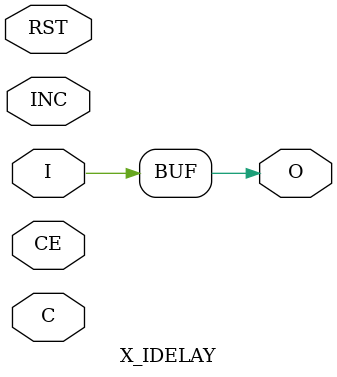
<source format=v>

`timescale  1 ps / 1 ps

module X_IDELAY (O, C, CE, I, INC, RST);

    output O;
    input C;
    input CE;
    input I;
    input INC;
    input RST;
    parameter IOBDELAY_TYPE = "DEFAULT";    
    parameter IOBDELAY_VALUE = 0;
    parameter SIM_TAPDELAY_VALUE = 75;
    parameter LOC = "UNPLACED";
    assign    O = I;
    
endmodule // X_IDELAY

</source>
